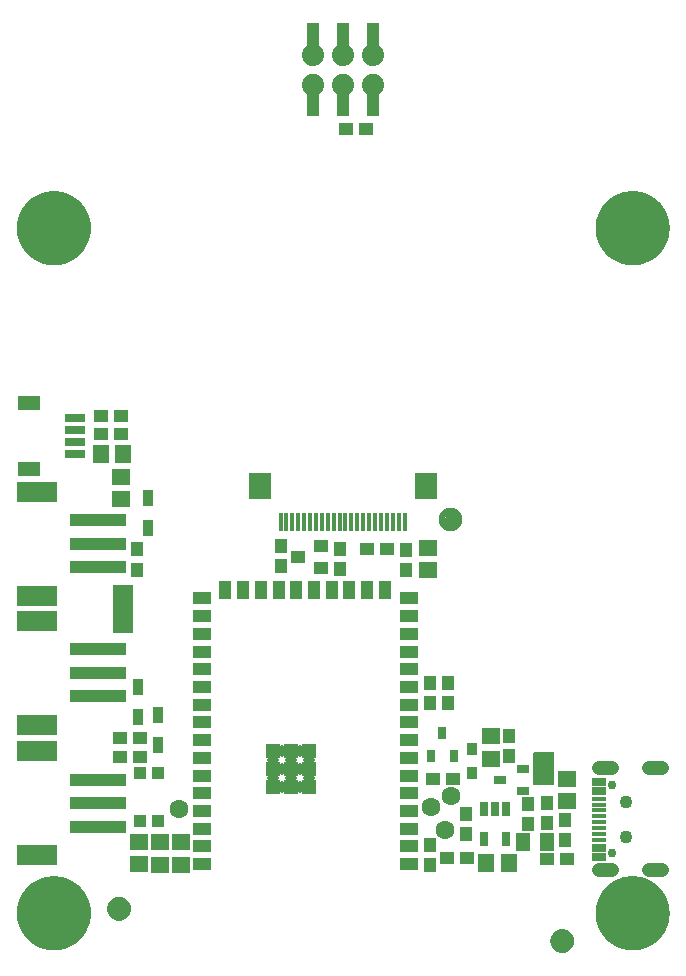
<source format=gbr>
G04 EAGLE Gerber RS-274X export*
G75*
%MOMM*%
%FSLAX34Y34*%
%LPD*%
%INSoldermask Bottom*%
%IPPOS*%
%AMOC8*
5,1,8,0,0,1.08239X$1,22.5*%
G01*
%ADD10R,1.601600X1.341600*%
%ADD11R,1.101600X1.176600*%
%ADD12R,0.651600X1.301600*%
%ADD13R,1.251600X0.676600*%
%ADD14R,1.251600X0.376600*%
%ADD15C,1.209600*%
%ADD16C,0.751600*%
%ADD17R,1.176600X1.101600*%
%ADD18R,1.601600X1.001600*%
%ADD19R,1.201600X1.201600*%
%ADD20R,1.001600X1.601600*%
%ADD21C,1.009600*%
%ADD22R,1.341600X1.601600*%
%ADD23R,1.651600X0.701600*%
%ADD24R,1.901600X1.301600*%
%ADD25C,1.601600*%
%ADD26R,1.301600X1.601600*%
%ADD27R,4.701600X1.101600*%
%ADD28R,3.501600X1.701600*%
%ADD29R,0.901600X1.451600*%
%ADD30R,1.778000X4.165600*%
%ADD31R,1.117600X0.736600*%
%ADD32R,0.351600X1.501600*%
%ADD33R,1.901600X2.301600*%
%ADD34R,1.101600X2.601600*%
%ADD35C,1.101600*%
%ADD36R,1.301600X1.101600*%
%ADD37R,1.101600X1.101600*%
%ADD38R,0.901600X1.101600*%
%ADD39R,0.736600X1.117600*%
%ADD40C,5.367600*%
%ADD41C,1.016000*%
%ADD42C,1.879600*%
%ADD43C,0.469900*%

G36*
X457318Y143526D02*
X457318Y143526D01*
X457437Y143533D01*
X457475Y143546D01*
X457516Y143551D01*
X457626Y143594D01*
X457739Y143631D01*
X457774Y143653D01*
X457811Y143668D01*
X457907Y143738D01*
X458008Y143801D01*
X458036Y143831D01*
X458069Y143854D01*
X458145Y143946D01*
X458226Y144033D01*
X458246Y144068D01*
X458271Y144099D01*
X458322Y144207D01*
X458380Y144311D01*
X458390Y144351D01*
X458407Y144387D01*
X458429Y144504D01*
X458459Y144619D01*
X458463Y144680D01*
X458467Y144700D01*
X458465Y144720D01*
X458469Y144780D01*
X458469Y170180D01*
X458454Y170298D01*
X458447Y170417D01*
X458434Y170455D01*
X458429Y170496D01*
X458386Y170606D01*
X458349Y170719D01*
X458327Y170754D01*
X458312Y170791D01*
X458243Y170887D01*
X458179Y170988D01*
X458149Y171016D01*
X458126Y171049D01*
X458034Y171125D01*
X457947Y171206D01*
X457912Y171226D01*
X457881Y171251D01*
X457773Y171302D01*
X457669Y171360D01*
X457629Y171370D01*
X457593Y171387D01*
X457476Y171409D01*
X457361Y171439D01*
X457301Y171443D01*
X457281Y171447D01*
X457260Y171445D01*
X457200Y171449D01*
X441960Y171449D01*
X441842Y171434D01*
X441723Y171427D01*
X441685Y171414D01*
X441644Y171409D01*
X441534Y171366D01*
X441421Y171329D01*
X441386Y171307D01*
X441349Y171292D01*
X441253Y171223D01*
X441152Y171159D01*
X441124Y171129D01*
X441091Y171106D01*
X441016Y171014D01*
X440934Y170927D01*
X440914Y170892D01*
X440889Y170861D01*
X440838Y170753D01*
X440780Y170649D01*
X440770Y170609D01*
X440753Y170573D01*
X440731Y170456D01*
X440701Y170341D01*
X440697Y170281D01*
X440693Y170261D01*
X440694Y170249D01*
X440693Y170246D01*
X440694Y170233D01*
X440691Y170180D01*
X440691Y144780D01*
X440706Y144662D01*
X440713Y144543D01*
X440726Y144505D01*
X440731Y144464D01*
X440774Y144354D01*
X440811Y144241D01*
X440833Y144206D01*
X440848Y144169D01*
X440918Y144073D01*
X440981Y143972D01*
X441011Y143944D01*
X441034Y143911D01*
X441126Y143836D01*
X441213Y143754D01*
X441248Y143734D01*
X441279Y143709D01*
X441387Y143658D01*
X441491Y143600D01*
X441531Y143590D01*
X441567Y143573D01*
X441684Y143551D01*
X441799Y143521D01*
X441860Y143517D01*
X441880Y143513D01*
X441900Y143515D01*
X441960Y143511D01*
X457200Y143511D01*
X457318Y143526D01*
G37*
D10*
X469458Y129960D03*
X469458Y148960D03*
D11*
X436687Y127850D03*
X436687Y110850D03*
D10*
X405010Y165761D03*
X405010Y184761D03*
X142310Y95094D03*
X142310Y76094D03*
D12*
X399034Y123486D03*
X408534Y123486D03*
X418034Y123486D03*
X418034Y97484D03*
X399034Y97484D03*
D11*
X353568Y92955D03*
X353568Y75955D03*
X420751Y168157D03*
X420751Y185157D03*
D10*
X124595Y95176D03*
X124595Y76176D03*
D11*
X384175Y102244D03*
X384175Y119244D03*
D13*
X496586Y146555D03*
X496586Y138555D03*
D14*
X496586Y132055D03*
X496586Y127055D03*
X496586Y122055D03*
X496586Y117055D03*
X496586Y112055D03*
X496586Y107055D03*
X496586Y102055D03*
X496586Y97055D03*
D13*
X496586Y90555D03*
X496586Y82555D03*
D15*
X538596Y157755D02*
X549676Y157755D01*
X549676Y71355D02*
X538596Y71355D01*
X507876Y71355D02*
X496796Y71355D01*
X496796Y157755D02*
X507876Y157755D01*
D16*
X507336Y85655D03*
X507336Y143455D03*
D17*
X452543Y80700D03*
X469543Y80700D03*
D11*
X467520Y97183D03*
X467520Y114183D03*
D18*
X160277Y76591D03*
D19*
X235877Y157091D03*
D18*
X160277Y91591D03*
X160277Y106591D03*
X160277Y121591D03*
X160277Y136591D03*
X160277Y151591D03*
X160277Y166591D03*
X160277Y181591D03*
X160277Y196591D03*
X160277Y211591D03*
X160277Y226591D03*
X160277Y241591D03*
X160277Y256591D03*
X160277Y271591D03*
X160277Y286591D03*
X160277Y301591D03*
D20*
X180277Y309091D03*
X195277Y309091D03*
X210277Y309091D03*
X225277Y309091D03*
X240277Y309091D03*
X255277Y309091D03*
X270277Y309091D03*
X285277Y309091D03*
X300277Y309091D03*
X315277Y309091D03*
D18*
X335277Y301591D03*
X335277Y286591D03*
X335277Y271591D03*
X335277Y256591D03*
X335277Y241591D03*
X335277Y226591D03*
X335277Y211591D03*
X335277Y196591D03*
X335277Y181591D03*
X335277Y166591D03*
X335277Y151591D03*
X335277Y136591D03*
X335277Y121591D03*
X335277Y106591D03*
X335277Y91591D03*
X335277Y76591D03*
D19*
X220877Y142091D03*
X235877Y142091D03*
X250877Y142091D03*
X220877Y157091D03*
X250877Y157091D03*
X220877Y172091D03*
X235877Y172091D03*
X250877Y172091D03*
D21*
X228377Y142091D03*
X243377Y142091D03*
X220877Y149591D03*
X235877Y149591D03*
X250877Y149591D03*
X228377Y157091D03*
X243377Y157091D03*
X220877Y164591D03*
X235877Y164591D03*
X250877Y164591D03*
X228377Y172091D03*
X243377Y172091D03*
D11*
X368554Y230115D03*
X368554Y213115D03*
X353441Y213115D03*
X353441Y230115D03*
D22*
X74828Y423545D03*
X93828Y423545D03*
D10*
X107315Y95352D03*
X107315Y76352D03*
D22*
X401218Y77470D03*
X420218Y77470D03*
D23*
X53207Y433912D03*
X53207Y443912D03*
X53207Y423912D03*
X53207Y453912D03*
D24*
X14207Y410912D03*
X14207Y466912D03*
D25*
X140970Y123063D03*
D26*
X452832Y95544D03*
X431832Y95544D03*
D17*
X91939Y456438D03*
X74939Y456438D03*
X91939Y440690D03*
X74939Y440690D03*
D10*
X351663Y344526D03*
X351663Y325526D03*
D11*
X333248Y342891D03*
X333248Y325891D03*
D17*
X368182Y81915D03*
X385182Y81915D03*
D10*
X92202Y385724D03*
X92202Y404724D03*
D27*
X72720Y258600D03*
X72720Y238600D03*
D28*
X20720Y282600D03*
X20720Y194600D03*
D27*
X72720Y218600D03*
D17*
X90814Y183515D03*
X107814Y183515D03*
D29*
X106045Y200914D03*
X106045Y226314D03*
D30*
X93755Y292376D03*
D27*
X72720Y367900D03*
X72720Y347900D03*
D28*
X20720Y391900D03*
X20720Y303900D03*
D27*
X72720Y327900D03*
D11*
X105029Y326018D03*
X105029Y343018D03*
D29*
X114681Y361442D03*
X114681Y386842D03*
D25*
X365760Y105918D03*
D31*
X412391Y148065D03*
X432391Y138565D03*
X432391Y157565D03*
D11*
X452120Y128261D03*
X452120Y111261D03*
D32*
X226900Y366480D03*
X231900Y366480D03*
X236900Y366480D03*
X241900Y366480D03*
X246900Y366480D03*
X251900Y366480D03*
X256900Y366480D03*
X261900Y366480D03*
X266900Y366480D03*
X271900Y366480D03*
X276900Y366480D03*
X281900Y366480D03*
X286900Y366480D03*
X291900Y366480D03*
X296900Y366480D03*
X301900Y366480D03*
X306900Y366480D03*
X311900Y366480D03*
X316900Y366480D03*
X321900Y366480D03*
X326900Y366480D03*
X331900Y366480D03*
D33*
X209400Y396980D03*
X350400Y396980D03*
D34*
X254000Y775950D03*
X254000Y722650D03*
X279400Y775950D03*
X279400Y722650D03*
X304800Y775950D03*
X304800Y722650D03*
D27*
X72720Y148030D03*
X72720Y128030D03*
D28*
X20720Y172030D03*
X20720Y84030D03*
D27*
X72720Y108030D03*
D17*
X90560Y167640D03*
X107560Y167640D03*
D29*
X123190Y177800D03*
X123190Y203200D03*
D35*
X519430Y99450D03*
X519430Y129450D03*
D17*
X317110Y343535D03*
X300110Y343535D03*
D36*
X241460Y336550D03*
X261460Y327050D03*
X261460Y346050D03*
D11*
X277495Y326780D03*
X277495Y343780D03*
X227330Y329320D03*
X227330Y346320D03*
D37*
X107570Y113350D03*
X123570Y113350D03*
X123570Y153350D03*
X107570Y153350D03*
D17*
X355990Y148590D03*
X372990Y148590D03*
D38*
X388620Y173830D03*
X388620Y153830D03*
D25*
X354330Y125095D03*
X370840Y133985D03*
D39*
X363855Y187800D03*
X354355Y167800D03*
X373355Y167800D03*
D40*
X35000Y35000D03*
D41*
X8838Y35000D02*
X8846Y35642D01*
X8870Y36284D01*
X8909Y36925D01*
X8964Y37564D01*
X9035Y38203D01*
X9121Y38839D01*
X9223Y39473D01*
X9341Y40104D01*
X9474Y40732D01*
X9622Y41357D01*
X9786Y41978D01*
X9965Y42594D01*
X10158Y43207D01*
X10367Y43814D01*
X10591Y44416D01*
X10829Y45012D01*
X11082Y45602D01*
X11350Y46186D01*
X11631Y46763D01*
X11927Y47333D01*
X12237Y47895D01*
X12560Y48450D01*
X12897Y48997D01*
X13247Y49535D01*
X13610Y50064D01*
X13986Y50585D01*
X14375Y51096D01*
X14777Y51597D01*
X15190Y52088D01*
X15615Y52569D01*
X16052Y53040D01*
X16501Y53499D01*
X16960Y53948D01*
X17431Y54385D01*
X17912Y54810D01*
X18403Y55223D01*
X18904Y55625D01*
X19415Y56014D01*
X19936Y56390D01*
X20465Y56753D01*
X21003Y57103D01*
X21550Y57440D01*
X22105Y57763D01*
X22667Y58073D01*
X23237Y58369D01*
X23814Y58650D01*
X24398Y58918D01*
X24988Y59171D01*
X25584Y59409D01*
X26186Y59633D01*
X26793Y59842D01*
X27406Y60035D01*
X28022Y60214D01*
X28643Y60378D01*
X29268Y60526D01*
X29896Y60659D01*
X30527Y60777D01*
X31161Y60879D01*
X31797Y60965D01*
X32436Y61036D01*
X33075Y61091D01*
X33716Y61130D01*
X34358Y61154D01*
X35000Y61162D01*
X35642Y61154D01*
X36284Y61130D01*
X36925Y61091D01*
X37564Y61036D01*
X38203Y60965D01*
X38839Y60879D01*
X39473Y60777D01*
X40104Y60659D01*
X40732Y60526D01*
X41357Y60378D01*
X41978Y60214D01*
X42594Y60035D01*
X43207Y59842D01*
X43814Y59633D01*
X44416Y59409D01*
X45012Y59171D01*
X45602Y58918D01*
X46186Y58650D01*
X46763Y58369D01*
X47333Y58073D01*
X47895Y57763D01*
X48450Y57440D01*
X48997Y57103D01*
X49535Y56753D01*
X50064Y56390D01*
X50585Y56014D01*
X51096Y55625D01*
X51597Y55223D01*
X52088Y54810D01*
X52569Y54385D01*
X53040Y53948D01*
X53499Y53499D01*
X53948Y53040D01*
X54385Y52569D01*
X54810Y52088D01*
X55223Y51597D01*
X55625Y51096D01*
X56014Y50585D01*
X56390Y50064D01*
X56753Y49535D01*
X57103Y48997D01*
X57440Y48450D01*
X57763Y47895D01*
X58073Y47333D01*
X58369Y46763D01*
X58650Y46186D01*
X58918Y45602D01*
X59171Y45012D01*
X59409Y44416D01*
X59633Y43814D01*
X59842Y43207D01*
X60035Y42594D01*
X60214Y41978D01*
X60378Y41357D01*
X60526Y40732D01*
X60659Y40104D01*
X60777Y39473D01*
X60879Y38839D01*
X60965Y38203D01*
X61036Y37564D01*
X61091Y36925D01*
X61130Y36284D01*
X61154Y35642D01*
X61162Y35000D01*
X61154Y34358D01*
X61130Y33716D01*
X61091Y33075D01*
X61036Y32436D01*
X60965Y31797D01*
X60879Y31161D01*
X60777Y30527D01*
X60659Y29896D01*
X60526Y29268D01*
X60378Y28643D01*
X60214Y28022D01*
X60035Y27406D01*
X59842Y26793D01*
X59633Y26186D01*
X59409Y25584D01*
X59171Y24988D01*
X58918Y24398D01*
X58650Y23814D01*
X58369Y23237D01*
X58073Y22667D01*
X57763Y22105D01*
X57440Y21550D01*
X57103Y21003D01*
X56753Y20465D01*
X56390Y19936D01*
X56014Y19415D01*
X55625Y18904D01*
X55223Y18403D01*
X54810Y17912D01*
X54385Y17431D01*
X53948Y16960D01*
X53499Y16501D01*
X53040Y16052D01*
X52569Y15615D01*
X52088Y15190D01*
X51597Y14777D01*
X51096Y14375D01*
X50585Y13986D01*
X50064Y13610D01*
X49535Y13247D01*
X48997Y12897D01*
X48450Y12560D01*
X47895Y12237D01*
X47333Y11927D01*
X46763Y11631D01*
X46186Y11350D01*
X45602Y11082D01*
X45012Y10829D01*
X44416Y10591D01*
X43814Y10367D01*
X43207Y10158D01*
X42594Y9965D01*
X41978Y9786D01*
X41357Y9622D01*
X40732Y9474D01*
X40104Y9341D01*
X39473Y9223D01*
X38839Y9121D01*
X38203Y9035D01*
X37564Y8964D01*
X36925Y8909D01*
X36284Y8870D01*
X35642Y8846D01*
X35000Y8838D01*
X34358Y8846D01*
X33716Y8870D01*
X33075Y8909D01*
X32436Y8964D01*
X31797Y9035D01*
X31161Y9121D01*
X30527Y9223D01*
X29896Y9341D01*
X29268Y9474D01*
X28643Y9622D01*
X28022Y9786D01*
X27406Y9965D01*
X26793Y10158D01*
X26186Y10367D01*
X25584Y10591D01*
X24988Y10829D01*
X24398Y11082D01*
X23814Y11350D01*
X23237Y11631D01*
X22667Y11927D01*
X22105Y12237D01*
X21550Y12560D01*
X21003Y12897D01*
X20465Y13247D01*
X19936Y13610D01*
X19415Y13986D01*
X18904Y14375D01*
X18403Y14777D01*
X17912Y15190D01*
X17431Y15615D01*
X16960Y16052D01*
X16501Y16501D01*
X16052Y16960D01*
X15615Y17431D01*
X15190Y17912D01*
X14777Y18403D01*
X14375Y18904D01*
X13986Y19415D01*
X13610Y19936D01*
X13247Y20465D01*
X12897Y21003D01*
X12560Y21550D01*
X12237Y22105D01*
X11927Y22667D01*
X11631Y23237D01*
X11350Y23814D01*
X11082Y24398D01*
X10829Y24988D01*
X10591Y25584D01*
X10367Y26186D01*
X10158Y26793D01*
X9965Y27406D01*
X9786Y28022D01*
X9622Y28643D01*
X9474Y29268D01*
X9341Y29896D01*
X9223Y30527D01*
X9121Y31161D01*
X9035Y31797D01*
X8964Y32436D01*
X8909Y33075D01*
X8870Y33716D01*
X8846Y34358D01*
X8838Y35000D01*
D40*
X525000Y35000D03*
D41*
X498838Y35000D02*
X498846Y35642D01*
X498870Y36284D01*
X498909Y36925D01*
X498964Y37564D01*
X499035Y38203D01*
X499121Y38839D01*
X499223Y39473D01*
X499341Y40104D01*
X499474Y40732D01*
X499622Y41357D01*
X499786Y41978D01*
X499965Y42594D01*
X500158Y43207D01*
X500367Y43814D01*
X500591Y44416D01*
X500829Y45012D01*
X501082Y45602D01*
X501350Y46186D01*
X501631Y46763D01*
X501927Y47333D01*
X502237Y47895D01*
X502560Y48450D01*
X502897Y48997D01*
X503247Y49535D01*
X503610Y50064D01*
X503986Y50585D01*
X504375Y51096D01*
X504777Y51597D01*
X505190Y52088D01*
X505615Y52569D01*
X506052Y53040D01*
X506501Y53499D01*
X506960Y53948D01*
X507431Y54385D01*
X507912Y54810D01*
X508403Y55223D01*
X508904Y55625D01*
X509415Y56014D01*
X509936Y56390D01*
X510465Y56753D01*
X511003Y57103D01*
X511550Y57440D01*
X512105Y57763D01*
X512667Y58073D01*
X513237Y58369D01*
X513814Y58650D01*
X514398Y58918D01*
X514988Y59171D01*
X515584Y59409D01*
X516186Y59633D01*
X516793Y59842D01*
X517406Y60035D01*
X518022Y60214D01*
X518643Y60378D01*
X519268Y60526D01*
X519896Y60659D01*
X520527Y60777D01*
X521161Y60879D01*
X521797Y60965D01*
X522436Y61036D01*
X523075Y61091D01*
X523716Y61130D01*
X524358Y61154D01*
X525000Y61162D01*
X525642Y61154D01*
X526284Y61130D01*
X526925Y61091D01*
X527564Y61036D01*
X528203Y60965D01*
X528839Y60879D01*
X529473Y60777D01*
X530104Y60659D01*
X530732Y60526D01*
X531357Y60378D01*
X531978Y60214D01*
X532594Y60035D01*
X533207Y59842D01*
X533814Y59633D01*
X534416Y59409D01*
X535012Y59171D01*
X535602Y58918D01*
X536186Y58650D01*
X536763Y58369D01*
X537333Y58073D01*
X537895Y57763D01*
X538450Y57440D01*
X538997Y57103D01*
X539535Y56753D01*
X540064Y56390D01*
X540585Y56014D01*
X541096Y55625D01*
X541597Y55223D01*
X542088Y54810D01*
X542569Y54385D01*
X543040Y53948D01*
X543499Y53499D01*
X543948Y53040D01*
X544385Y52569D01*
X544810Y52088D01*
X545223Y51597D01*
X545625Y51096D01*
X546014Y50585D01*
X546390Y50064D01*
X546753Y49535D01*
X547103Y48997D01*
X547440Y48450D01*
X547763Y47895D01*
X548073Y47333D01*
X548369Y46763D01*
X548650Y46186D01*
X548918Y45602D01*
X549171Y45012D01*
X549409Y44416D01*
X549633Y43814D01*
X549842Y43207D01*
X550035Y42594D01*
X550214Y41978D01*
X550378Y41357D01*
X550526Y40732D01*
X550659Y40104D01*
X550777Y39473D01*
X550879Y38839D01*
X550965Y38203D01*
X551036Y37564D01*
X551091Y36925D01*
X551130Y36284D01*
X551154Y35642D01*
X551162Y35000D01*
X551154Y34358D01*
X551130Y33716D01*
X551091Y33075D01*
X551036Y32436D01*
X550965Y31797D01*
X550879Y31161D01*
X550777Y30527D01*
X550659Y29896D01*
X550526Y29268D01*
X550378Y28643D01*
X550214Y28022D01*
X550035Y27406D01*
X549842Y26793D01*
X549633Y26186D01*
X549409Y25584D01*
X549171Y24988D01*
X548918Y24398D01*
X548650Y23814D01*
X548369Y23237D01*
X548073Y22667D01*
X547763Y22105D01*
X547440Y21550D01*
X547103Y21003D01*
X546753Y20465D01*
X546390Y19936D01*
X546014Y19415D01*
X545625Y18904D01*
X545223Y18403D01*
X544810Y17912D01*
X544385Y17431D01*
X543948Y16960D01*
X543499Y16501D01*
X543040Y16052D01*
X542569Y15615D01*
X542088Y15190D01*
X541597Y14777D01*
X541096Y14375D01*
X540585Y13986D01*
X540064Y13610D01*
X539535Y13247D01*
X538997Y12897D01*
X538450Y12560D01*
X537895Y12237D01*
X537333Y11927D01*
X536763Y11631D01*
X536186Y11350D01*
X535602Y11082D01*
X535012Y10829D01*
X534416Y10591D01*
X533814Y10367D01*
X533207Y10158D01*
X532594Y9965D01*
X531978Y9786D01*
X531357Y9622D01*
X530732Y9474D01*
X530104Y9341D01*
X529473Y9223D01*
X528839Y9121D01*
X528203Y9035D01*
X527564Y8964D01*
X526925Y8909D01*
X526284Y8870D01*
X525642Y8846D01*
X525000Y8838D01*
X524358Y8846D01*
X523716Y8870D01*
X523075Y8909D01*
X522436Y8964D01*
X521797Y9035D01*
X521161Y9121D01*
X520527Y9223D01*
X519896Y9341D01*
X519268Y9474D01*
X518643Y9622D01*
X518022Y9786D01*
X517406Y9965D01*
X516793Y10158D01*
X516186Y10367D01*
X515584Y10591D01*
X514988Y10829D01*
X514398Y11082D01*
X513814Y11350D01*
X513237Y11631D01*
X512667Y11927D01*
X512105Y12237D01*
X511550Y12560D01*
X511003Y12897D01*
X510465Y13247D01*
X509936Y13610D01*
X509415Y13986D01*
X508904Y14375D01*
X508403Y14777D01*
X507912Y15190D01*
X507431Y15615D01*
X506960Y16052D01*
X506501Y16501D01*
X506052Y16960D01*
X505615Y17431D01*
X505190Y17912D01*
X504777Y18403D01*
X504375Y18904D01*
X503986Y19415D01*
X503610Y19936D01*
X503247Y20465D01*
X502897Y21003D01*
X502560Y21550D01*
X502237Y22105D01*
X501927Y22667D01*
X501631Y23237D01*
X501350Y23814D01*
X501082Y24398D01*
X500829Y24988D01*
X500591Y25584D01*
X500367Y26186D01*
X500158Y26793D01*
X499965Y27406D01*
X499786Y28022D01*
X499622Y28643D01*
X499474Y29268D01*
X499341Y29896D01*
X499223Y30527D01*
X499121Y31161D01*
X499035Y31797D01*
X498964Y32436D01*
X498909Y33075D01*
X498870Y33716D01*
X498846Y34358D01*
X498838Y35000D01*
D40*
X35000Y615000D03*
D41*
X8838Y615000D02*
X8846Y615642D01*
X8870Y616284D01*
X8909Y616925D01*
X8964Y617564D01*
X9035Y618203D01*
X9121Y618839D01*
X9223Y619473D01*
X9341Y620104D01*
X9474Y620732D01*
X9622Y621357D01*
X9786Y621978D01*
X9965Y622594D01*
X10158Y623207D01*
X10367Y623814D01*
X10591Y624416D01*
X10829Y625012D01*
X11082Y625602D01*
X11350Y626186D01*
X11631Y626763D01*
X11927Y627333D01*
X12237Y627895D01*
X12560Y628450D01*
X12897Y628997D01*
X13247Y629535D01*
X13610Y630064D01*
X13986Y630585D01*
X14375Y631096D01*
X14777Y631597D01*
X15190Y632088D01*
X15615Y632569D01*
X16052Y633040D01*
X16501Y633499D01*
X16960Y633948D01*
X17431Y634385D01*
X17912Y634810D01*
X18403Y635223D01*
X18904Y635625D01*
X19415Y636014D01*
X19936Y636390D01*
X20465Y636753D01*
X21003Y637103D01*
X21550Y637440D01*
X22105Y637763D01*
X22667Y638073D01*
X23237Y638369D01*
X23814Y638650D01*
X24398Y638918D01*
X24988Y639171D01*
X25584Y639409D01*
X26186Y639633D01*
X26793Y639842D01*
X27406Y640035D01*
X28022Y640214D01*
X28643Y640378D01*
X29268Y640526D01*
X29896Y640659D01*
X30527Y640777D01*
X31161Y640879D01*
X31797Y640965D01*
X32436Y641036D01*
X33075Y641091D01*
X33716Y641130D01*
X34358Y641154D01*
X35000Y641162D01*
X35642Y641154D01*
X36284Y641130D01*
X36925Y641091D01*
X37564Y641036D01*
X38203Y640965D01*
X38839Y640879D01*
X39473Y640777D01*
X40104Y640659D01*
X40732Y640526D01*
X41357Y640378D01*
X41978Y640214D01*
X42594Y640035D01*
X43207Y639842D01*
X43814Y639633D01*
X44416Y639409D01*
X45012Y639171D01*
X45602Y638918D01*
X46186Y638650D01*
X46763Y638369D01*
X47333Y638073D01*
X47895Y637763D01*
X48450Y637440D01*
X48997Y637103D01*
X49535Y636753D01*
X50064Y636390D01*
X50585Y636014D01*
X51096Y635625D01*
X51597Y635223D01*
X52088Y634810D01*
X52569Y634385D01*
X53040Y633948D01*
X53499Y633499D01*
X53948Y633040D01*
X54385Y632569D01*
X54810Y632088D01*
X55223Y631597D01*
X55625Y631096D01*
X56014Y630585D01*
X56390Y630064D01*
X56753Y629535D01*
X57103Y628997D01*
X57440Y628450D01*
X57763Y627895D01*
X58073Y627333D01*
X58369Y626763D01*
X58650Y626186D01*
X58918Y625602D01*
X59171Y625012D01*
X59409Y624416D01*
X59633Y623814D01*
X59842Y623207D01*
X60035Y622594D01*
X60214Y621978D01*
X60378Y621357D01*
X60526Y620732D01*
X60659Y620104D01*
X60777Y619473D01*
X60879Y618839D01*
X60965Y618203D01*
X61036Y617564D01*
X61091Y616925D01*
X61130Y616284D01*
X61154Y615642D01*
X61162Y615000D01*
X61154Y614358D01*
X61130Y613716D01*
X61091Y613075D01*
X61036Y612436D01*
X60965Y611797D01*
X60879Y611161D01*
X60777Y610527D01*
X60659Y609896D01*
X60526Y609268D01*
X60378Y608643D01*
X60214Y608022D01*
X60035Y607406D01*
X59842Y606793D01*
X59633Y606186D01*
X59409Y605584D01*
X59171Y604988D01*
X58918Y604398D01*
X58650Y603814D01*
X58369Y603237D01*
X58073Y602667D01*
X57763Y602105D01*
X57440Y601550D01*
X57103Y601003D01*
X56753Y600465D01*
X56390Y599936D01*
X56014Y599415D01*
X55625Y598904D01*
X55223Y598403D01*
X54810Y597912D01*
X54385Y597431D01*
X53948Y596960D01*
X53499Y596501D01*
X53040Y596052D01*
X52569Y595615D01*
X52088Y595190D01*
X51597Y594777D01*
X51096Y594375D01*
X50585Y593986D01*
X50064Y593610D01*
X49535Y593247D01*
X48997Y592897D01*
X48450Y592560D01*
X47895Y592237D01*
X47333Y591927D01*
X46763Y591631D01*
X46186Y591350D01*
X45602Y591082D01*
X45012Y590829D01*
X44416Y590591D01*
X43814Y590367D01*
X43207Y590158D01*
X42594Y589965D01*
X41978Y589786D01*
X41357Y589622D01*
X40732Y589474D01*
X40104Y589341D01*
X39473Y589223D01*
X38839Y589121D01*
X38203Y589035D01*
X37564Y588964D01*
X36925Y588909D01*
X36284Y588870D01*
X35642Y588846D01*
X35000Y588838D01*
X34358Y588846D01*
X33716Y588870D01*
X33075Y588909D01*
X32436Y588964D01*
X31797Y589035D01*
X31161Y589121D01*
X30527Y589223D01*
X29896Y589341D01*
X29268Y589474D01*
X28643Y589622D01*
X28022Y589786D01*
X27406Y589965D01*
X26793Y590158D01*
X26186Y590367D01*
X25584Y590591D01*
X24988Y590829D01*
X24398Y591082D01*
X23814Y591350D01*
X23237Y591631D01*
X22667Y591927D01*
X22105Y592237D01*
X21550Y592560D01*
X21003Y592897D01*
X20465Y593247D01*
X19936Y593610D01*
X19415Y593986D01*
X18904Y594375D01*
X18403Y594777D01*
X17912Y595190D01*
X17431Y595615D01*
X16960Y596052D01*
X16501Y596501D01*
X16052Y596960D01*
X15615Y597431D01*
X15190Y597912D01*
X14777Y598403D01*
X14375Y598904D01*
X13986Y599415D01*
X13610Y599936D01*
X13247Y600465D01*
X12897Y601003D01*
X12560Y601550D01*
X12237Y602105D01*
X11927Y602667D01*
X11631Y603237D01*
X11350Y603814D01*
X11082Y604398D01*
X10829Y604988D01*
X10591Y605584D01*
X10367Y606186D01*
X10158Y606793D01*
X9965Y607406D01*
X9786Y608022D01*
X9622Y608643D01*
X9474Y609268D01*
X9341Y609896D01*
X9223Y610527D01*
X9121Y611161D01*
X9035Y611797D01*
X8964Y612436D01*
X8909Y613075D01*
X8870Y613716D01*
X8846Y614358D01*
X8838Y615000D01*
D40*
X525000Y615000D03*
D41*
X498838Y615000D02*
X498846Y615642D01*
X498870Y616284D01*
X498909Y616925D01*
X498964Y617564D01*
X499035Y618203D01*
X499121Y618839D01*
X499223Y619473D01*
X499341Y620104D01*
X499474Y620732D01*
X499622Y621357D01*
X499786Y621978D01*
X499965Y622594D01*
X500158Y623207D01*
X500367Y623814D01*
X500591Y624416D01*
X500829Y625012D01*
X501082Y625602D01*
X501350Y626186D01*
X501631Y626763D01*
X501927Y627333D01*
X502237Y627895D01*
X502560Y628450D01*
X502897Y628997D01*
X503247Y629535D01*
X503610Y630064D01*
X503986Y630585D01*
X504375Y631096D01*
X504777Y631597D01*
X505190Y632088D01*
X505615Y632569D01*
X506052Y633040D01*
X506501Y633499D01*
X506960Y633948D01*
X507431Y634385D01*
X507912Y634810D01*
X508403Y635223D01*
X508904Y635625D01*
X509415Y636014D01*
X509936Y636390D01*
X510465Y636753D01*
X511003Y637103D01*
X511550Y637440D01*
X512105Y637763D01*
X512667Y638073D01*
X513237Y638369D01*
X513814Y638650D01*
X514398Y638918D01*
X514988Y639171D01*
X515584Y639409D01*
X516186Y639633D01*
X516793Y639842D01*
X517406Y640035D01*
X518022Y640214D01*
X518643Y640378D01*
X519268Y640526D01*
X519896Y640659D01*
X520527Y640777D01*
X521161Y640879D01*
X521797Y640965D01*
X522436Y641036D01*
X523075Y641091D01*
X523716Y641130D01*
X524358Y641154D01*
X525000Y641162D01*
X525642Y641154D01*
X526284Y641130D01*
X526925Y641091D01*
X527564Y641036D01*
X528203Y640965D01*
X528839Y640879D01*
X529473Y640777D01*
X530104Y640659D01*
X530732Y640526D01*
X531357Y640378D01*
X531978Y640214D01*
X532594Y640035D01*
X533207Y639842D01*
X533814Y639633D01*
X534416Y639409D01*
X535012Y639171D01*
X535602Y638918D01*
X536186Y638650D01*
X536763Y638369D01*
X537333Y638073D01*
X537895Y637763D01*
X538450Y637440D01*
X538997Y637103D01*
X539535Y636753D01*
X540064Y636390D01*
X540585Y636014D01*
X541096Y635625D01*
X541597Y635223D01*
X542088Y634810D01*
X542569Y634385D01*
X543040Y633948D01*
X543499Y633499D01*
X543948Y633040D01*
X544385Y632569D01*
X544810Y632088D01*
X545223Y631597D01*
X545625Y631096D01*
X546014Y630585D01*
X546390Y630064D01*
X546753Y629535D01*
X547103Y628997D01*
X547440Y628450D01*
X547763Y627895D01*
X548073Y627333D01*
X548369Y626763D01*
X548650Y626186D01*
X548918Y625602D01*
X549171Y625012D01*
X549409Y624416D01*
X549633Y623814D01*
X549842Y623207D01*
X550035Y622594D01*
X550214Y621978D01*
X550378Y621357D01*
X550526Y620732D01*
X550659Y620104D01*
X550777Y619473D01*
X550879Y618839D01*
X550965Y618203D01*
X551036Y617564D01*
X551091Y616925D01*
X551130Y616284D01*
X551154Y615642D01*
X551162Y615000D01*
X551154Y614358D01*
X551130Y613716D01*
X551091Y613075D01*
X551036Y612436D01*
X550965Y611797D01*
X550879Y611161D01*
X550777Y610527D01*
X550659Y609896D01*
X550526Y609268D01*
X550378Y608643D01*
X550214Y608022D01*
X550035Y607406D01*
X549842Y606793D01*
X549633Y606186D01*
X549409Y605584D01*
X549171Y604988D01*
X548918Y604398D01*
X548650Y603814D01*
X548369Y603237D01*
X548073Y602667D01*
X547763Y602105D01*
X547440Y601550D01*
X547103Y601003D01*
X546753Y600465D01*
X546390Y599936D01*
X546014Y599415D01*
X545625Y598904D01*
X545223Y598403D01*
X544810Y597912D01*
X544385Y597431D01*
X543948Y596960D01*
X543499Y596501D01*
X543040Y596052D01*
X542569Y595615D01*
X542088Y595190D01*
X541597Y594777D01*
X541096Y594375D01*
X540585Y593986D01*
X540064Y593610D01*
X539535Y593247D01*
X538997Y592897D01*
X538450Y592560D01*
X537895Y592237D01*
X537333Y591927D01*
X536763Y591631D01*
X536186Y591350D01*
X535602Y591082D01*
X535012Y590829D01*
X534416Y590591D01*
X533814Y590367D01*
X533207Y590158D01*
X532594Y589965D01*
X531978Y589786D01*
X531357Y589622D01*
X530732Y589474D01*
X530104Y589341D01*
X529473Y589223D01*
X528839Y589121D01*
X528203Y589035D01*
X527564Y588964D01*
X526925Y588909D01*
X526284Y588870D01*
X525642Y588846D01*
X525000Y588838D01*
X524358Y588846D01*
X523716Y588870D01*
X523075Y588909D01*
X522436Y588964D01*
X521797Y589035D01*
X521161Y589121D01*
X520527Y589223D01*
X519896Y589341D01*
X519268Y589474D01*
X518643Y589622D01*
X518022Y589786D01*
X517406Y589965D01*
X516793Y590158D01*
X516186Y590367D01*
X515584Y590591D01*
X514988Y590829D01*
X514398Y591082D01*
X513814Y591350D01*
X513237Y591631D01*
X512667Y591927D01*
X512105Y592237D01*
X511550Y592560D01*
X511003Y592897D01*
X510465Y593247D01*
X509936Y593610D01*
X509415Y593986D01*
X508904Y594375D01*
X508403Y594777D01*
X507912Y595190D01*
X507431Y595615D01*
X506960Y596052D01*
X506501Y596501D01*
X506052Y596960D01*
X505615Y597431D01*
X505190Y597912D01*
X504777Y598403D01*
X504375Y598904D01*
X503986Y599415D01*
X503610Y599936D01*
X503247Y600465D01*
X502897Y601003D01*
X502560Y601550D01*
X502237Y602105D01*
X501927Y602667D01*
X501631Y603237D01*
X501350Y603814D01*
X501082Y604398D01*
X500829Y604988D01*
X500591Y605584D01*
X500367Y606186D01*
X500158Y606793D01*
X499965Y607406D01*
X499786Y608022D01*
X499622Y608643D01*
X499474Y609268D01*
X499341Y609896D01*
X499223Y610527D01*
X499121Y611161D01*
X499035Y611797D01*
X498964Y612436D01*
X498909Y613075D01*
X498870Y613716D01*
X498846Y614358D01*
X498838Y615000D01*
D17*
X299330Y699135D03*
X282330Y699135D03*
D34*
X254000Y775950D03*
X254000Y722650D03*
X279400Y775950D03*
X279400Y722650D03*
X304800Y775950D03*
X304800Y722650D03*
D42*
X254000Y736600D03*
X279400Y736600D03*
X304800Y736600D03*
X254000Y762000D03*
X279400Y762000D03*
X304800Y762000D03*
D35*
X90170Y38735D03*
D43*
X97670Y38735D02*
X97668Y38916D01*
X97661Y39097D01*
X97650Y39278D01*
X97635Y39459D01*
X97615Y39639D01*
X97591Y39819D01*
X97563Y39998D01*
X97530Y40176D01*
X97493Y40353D01*
X97452Y40530D01*
X97407Y40705D01*
X97357Y40880D01*
X97303Y41053D01*
X97245Y41224D01*
X97183Y41395D01*
X97116Y41563D01*
X97046Y41730D01*
X96972Y41896D01*
X96893Y42059D01*
X96811Y42220D01*
X96725Y42380D01*
X96635Y42537D01*
X96541Y42692D01*
X96444Y42845D01*
X96342Y42995D01*
X96238Y43143D01*
X96129Y43289D01*
X96018Y43431D01*
X95902Y43571D01*
X95784Y43708D01*
X95662Y43843D01*
X95537Y43974D01*
X95409Y44102D01*
X95278Y44227D01*
X95143Y44349D01*
X95006Y44467D01*
X94866Y44583D01*
X94724Y44694D01*
X94578Y44803D01*
X94430Y44907D01*
X94280Y45009D01*
X94127Y45106D01*
X93972Y45200D01*
X93815Y45290D01*
X93655Y45376D01*
X93494Y45458D01*
X93331Y45537D01*
X93165Y45611D01*
X92998Y45681D01*
X92830Y45748D01*
X92659Y45810D01*
X92488Y45868D01*
X92315Y45922D01*
X92140Y45972D01*
X91965Y46017D01*
X91788Y46058D01*
X91611Y46095D01*
X91433Y46128D01*
X91254Y46156D01*
X91074Y46180D01*
X90894Y46200D01*
X90713Y46215D01*
X90532Y46226D01*
X90351Y46233D01*
X90170Y46235D01*
X89989Y46233D01*
X89808Y46226D01*
X89627Y46215D01*
X89446Y46200D01*
X89266Y46180D01*
X89086Y46156D01*
X88907Y46128D01*
X88729Y46095D01*
X88552Y46058D01*
X88375Y46017D01*
X88200Y45972D01*
X88025Y45922D01*
X87852Y45868D01*
X87681Y45810D01*
X87510Y45748D01*
X87342Y45681D01*
X87175Y45611D01*
X87009Y45537D01*
X86846Y45458D01*
X86685Y45376D01*
X86525Y45290D01*
X86368Y45200D01*
X86213Y45106D01*
X86060Y45009D01*
X85910Y44907D01*
X85762Y44803D01*
X85616Y44694D01*
X85474Y44583D01*
X85334Y44467D01*
X85197Y44349D01*
X85062Y44227D01*
X84931Y44102D01*
X84803Y43974D01*
X84678Y43843D01*
X84556Y43708D01*
X84438Y43571D01*
X84322Y43431D01*
X84211Y43289D01*
X84102Y43143D01*
X83998Y42995D01*
X83896Y42845D01*
X83799Y42692D01*
X83705Y42537D01*
X83615Y42380D01*
X83529Y42220D01*
X83447Y42059D01*
X83368Y41896D01*
X83294Y41730D01*
X83224Y41563D01*
X83157Y41395D01*
X83095Y41224D01*
X83037Y41053D01*
X82983Y40880D01*
X82933Y40705D01*
X82888Y40530D01*
X82847Y40353D01*
X82810Y40176D01*
X82777Y39998D01*
X82749Y39819D01*
X82725Y39639D01*
X82705Y39459D01*
X82690Y39278D01*
X82679Y39097D01*
X82672Y38916D01*
X82670Y38735D01*
X82672Y38554D01*
X82679Y38373D01*
X82690Y38192D01*
X82705Y38011D01*
X82725Y37831D01*
X82749Y37651D01*
X82777Y37472D01*
X82810Y37294D01*
X82847Y37117D01*
X82888Y36940D01*
X82933Y36765D01*
X82983Y36590D01*
X83037Y36417D01*
X83095Y36246D01*
X83157Y36075D01*
X83224Y35907D01*
X83294Y35740D01*
X83368Y35574D01*
X83447Y35411D01*
X83529Y35250D01*
X83615Y35090D01*
X83705Y34933D01*
X83799Y34778D01*
X83896Y34625D01*
X83998Y34475D01*
X84102Y34327D01*
X84211Y34181D01*
X84322Y34039D01*
X84438Y33899D01*
X84556Y33762D01*
X84678Y33627D01*
X84803Y33496D01*
X84931Y33368D01*
X85062Y33243D01*
X85197Y33121D01*
X85334Y33003D01*
X85474Y32887D01*
X85616Y32776D01*
X85762Y32667D01*
X85910Y32563D01*
X86060Y32461D01*
X86213Y32364D01*
X86368Y32270D01*
X86525Y32180D01*
X86685Y32094D01*
X86846Y32012D01*
X87009Y31933D01*
X87175Y31859D01*
X87342Y31789D01*
X87510Y31722D01*
X87681Y31660D01*
X87852Y31602D01*
X88025Y31548D01*
X88200Y31498D01*
X88375Y31453D01*
X88552Y31412D01*
X88729Y31375D01*
X88907Y31342D01*
X89086Y31314D01*
X89266Y31290D01*
X89446Y31270D01*
X89627Y31255D01*
X89808Y31244D01*
X89989Y31237D01*
X90170Y31235D01*
X90351Y31237D01*
X90532Y31244D01*
X90713Y31255D01*
X90894Y31270D01*
X91074Y31290D01*
X91254Y31314D01*
X91433Y31342D01*
X91611Y31375D01*
X91788Y31412D01*
X91965Y31453D01*
X92140Y31498D01*
X92315Y31548D01*
X92488Y31602D01*
X92659Y31660D01*
X92830Y31722D01*
X92998Y31789D01*
X93165Y31859D01*
X93331Y31933D01*
X93494Y32012D01*
X93655Y32094D01*
X93815Y32180D01*
X93972Y32270D01*
X94127Y32364D01*
X94280Y32461D01*
X94430Y32563D01*
X94578Y32667D01*
X94724Y32776D01*
X94866Y32887D01*
X95006Y33003D01*
X95143Y33121D01*
X95278Y33243D01*
X95409Y33368D01*
X95537Y33496D01*
X95662Y33627D01*
X95784Y33762D01*
X95902Y33899D01*
X96018Y34039D01*
X96129Y34181D01*
X96238Y34327D01*
X96342Y34475D01*
X96444Y34625D01*
X96541Y34778D01*
X96635Y34933D01*
X96725Y35090D01*
X96811Y35250D01*
X96893Y35411D01*
X96972Y35574D01*
X97046Y35740D01*
X97116Y35907D01*
X97183Y36075D01*
X97245Y36246D01*
X97303Y36417D01*
X97357Y36590D01*
X97407Y36765D01*
X97452Y36940D01*
X97493Y37117D01*
X97530Y37294D01*
X97563Y37472D01*
X97591Y37651D01*
X97615Y37831D01*
X97635Y38011D01*
X97650Y38192D01*
X97661Y38373D01*
X97668Y38554D01*
X97670Y38735D01*
D35*
X465455Y11430D03*
D43*
X472955Y11430D02*
X472953Y11611D01*
X472946Y11792D01*
X472935Y11973D01*
X472920Y12154D01*
X472900Y12334D01*
X472876Y12514D01*
X472848Y12693D01*
X472815Y12871D01*
X472778Y13048D01*
X472737Y13225D01*
X472692Y13400D01*
X472642Y13575D01*
X472588Y13748D01*
X472530Y13919D01*
X472468Y14090D01*
X472401Y14258D01*
X472331Y14425D01*
X472257Y14591D01*
X472178Y14754D01*
X472096Y14915D01*
X472010Y15075D01*
X471920Y15232D01*
X471826Y15387D01*
X471729Y15540D01*
X471627Y15690D01*
X471523Y15838D01*
X471414Y15984D01*
X471303Y16126D01*
X471187Y16266D01*
X471069Y16403D01*
X470947Y16538D01*
X470822Y16669D01*
X470694Y16797D01*
X470563Y16922D01*
X470428Y17044D01*
X470291Y17162D01*
X470151Y17278D01*
X470009Y17389D01*
X469863Y17498D01*
X469715Y17602D01*
X469565Y17704D01*
X469412Y17801D01*
X469257Y17895D01*
X469100Y17985D01*
X468940Y18071D01*
X468779Y18153D01*
X468616Y18232D01*
X468450Y18306D01*
X468283Y18376D01*
X468115Y18443D01*
X467944Y18505D01*
X467773Y18563D01*
X467600Y18617D01*
X467425Y18667D01*
X467250Y18712D01*
X467073Y18753D01*
X466896Y18790D01*
X466718Y18823D01*
X466539Y18851D01*
X466359Y18875D01*
X466179Y18895D01*
X465998Y18910D01*
X465817Y18921D01*
X465636Y18928D01*
X465455Y18930D01*
X465274Y18928D01*
X465093Y18921D01*
X464912Y18910D01*
X464731Y18895D01*
X464551Y18875D01*
X464371Y18851D01*
X464192Y18823D01*
X464014Y18790D01*
X463837Y18753D01*
X463660Y18712D01*
X463485Y18667D01*
X463310Y18617D01*
X463137Y18563D01*
X462966Y18505D01*
X462795Y18443D01*
X462627Y18376D01*
X462460Y18306D01*
X462294Y18232D01*
X462131Y18153D01*
X461970Y18071D01*
X461810Y17985D01*
X461653Y17895D01*
X461498Y17801D01*
X461345Y17704D01*
X461195Y17602D01*
X461047Y17498D01*
X460901Y17389D01*
X460759Y17278D01*
X460619Y17162D01*
X460482Y17044D01*
X460347Y16922D01*
X460216Y16797D01*
X460088Y16669D01*
X459963Y16538D01*
X459841Y16403D01*
X459723Y16266D01*
X459607Y16126D01*
X459496Y15984D01*
X459387Y15838D01*
X459283Y15690D01*
X459181Y15540D01*
X459084Y15387D01*
X458990Y15232D01*
X458900Y15075D01*
X458814Y14915D01*
X458732Y14754D01*
X458653Y14591D01*
X458579Y14425D01*
X458509Y14258D01*
X458442Y14090D01*
X458380Y13919D01*
X458322Y13748D01*
X458268Y13575D01*
X458218Y13400D01*
X458173Y13225D01*
X458132Y13048D01*
X458095Y12871D01*
X458062Y12693D01*
X458034Y12514D01*
X458010Y12334D01*
X457990Y12154D01*
X457975Y11973D01*
X457964Y11792D01*
X457957Y11611D01*
X457955Y11430D01*
X457957Y11249D01*
X457964Y11068D01*
X457975Y10887D01*
X457990Y10706D01*
X458010Y10526D01*
X458034Y10346D01*
X458062Y10167D01*
X458095Y9989D01*
X458132Y9812D01*
X458173Y9635D01*
X458218Y9460D01*
X458268Y9285D01*
X458322Y9112D01*
X458380Y8941D01*
X458442Y8770D01*
X458509Y8602D01*
X458579Y8435D01*
X458653Y8269D01*
X458732Y8106D01*
X458814Y7945D01*
X458900Y7785D01*
X458990Y7628D01*
X459084Y7473D01*
X459181Y7320D01*
X459283Y7170D01*
X459387Y7022D01*
X459496Y6876D01*
X459607Y6734D01*
X459723Y6594D01*
X459841Y6457D01*
X459963Y6322D01*
X460088Y6191D01*
X460216Y6063D01*
X460347Y5938D01*
X460482Y5816D01*
X460619Y5698D01*
X460759Y5582D01*
X460901Y5471D01*
X461047Y5362D01*
X461195Y5258D01*
X461345Y5156D01*
X461498Y5059D01*
X461653Y4965D01*
X461810Y4875D01*
X461970Y4789D01*
X462131Y4707D01*
X462294Y4628D01*
X462460Y4554D01*
X462627Y4484D01*
X462795Y4417D01*
X462966Y4355D01*
X463137Y4297D01*
X463310Y4243D01*
X463485Y4193D01*
X463660Y4148D01*
X463837Y4107D01*
X464014Y4070D01*
X464192Y4037D01*
X464371Y4009D01*
X464551Y3985D01*
X464731Y3965D01*
X464912Y3950D01*
X465093Y3939D01*
X465274Y3932D01*
X465455Y3930D01*
X465636Y3932D01*
X465817Y3939D01*
X465998Y3950D01*
X466179Y3965D01*
X466359Y3985D01*
X466539Y4009D01*
X466718Y4037D01*
X466896Y4070D01*
X467073Y4107D01*
X467250Y4148D01*
X467425Y4193D01*
X467600Y4243D01*
X467773Y4297D01*
X467944Y4355D01*
X468115Y4417D01*
X468283Y4484D01*
X468450Y4554D01*
X468616Y4628D01*
X468779Y4707D01*
X468940Y4789D01*
X469100Y4875D01*
X469257Y4965D01*
X469412Y5059D01*
X469565Y5156D01*
X469715Y5258D01*
X469863Y5362D01*
X470009Y5471D01*
X470151Y5582D01*
X470291Y5698D01*
X470428Y5816D01*
X470563Y5938D01*
X470694Y6063D01*
X470822Y6191D01*
X470947Y6322D01*
X471069Y6457D01*
X471187Y6594D01*
X471303Y6734D01*
X471414Y6876D01*
X471523Y7022D01*
X471627Y7170D01*
X471729Y7320D01*
X471826Y7473D01*
X471920Y7628D01*
X472010Y7785D01*
X472096Y7945D01*
X472178Y8106D01*
X472257Y8269D01*
X472331Y8435D01*
X472401Y8602D01*
X472468Y8770D01*
X472530Y8941D01*
X472588Y9112D01*
X472642Y9285D01*
X472692Y9460D01*
X472737Y9635D01*
X472778Y9812D01*
X472815Y9989D01*
X472848Y10167D01*
X472876Y10346D01*
X472900Y10526D01*
X472920Y10706D01*
X472935Y10887D01*
X472946Y11068D01*
X472953Y11249D01*
X472955Y11430D01*
D35*
X370840Y368300D03*
D43*
X378340Y368300D02*
X378338Y368481D01*
X378331Y368662D01*
X378320Y368843D01*
X378305Y369024D01*
X378285Y369204D01*
X378261Y369384D01*
X378233Y369563D01*
X378200Y369741D01*
X378163Y369918D01*
X378122Y370095D01*
X378077Y370270D01*
X378027Y370445D01*
X377973Y370618D01*
X377915Y370789D01*
X377853Y370960D01*
X377786Y371128D01*
X377716Y371295D01*
X377642Y371461D01*
X377563Y371624D01*
X377481Y371785D01*
X377395Y371945D01*
X377305Y372102D01*
X377211Y372257D01*
X377114Y372410D01*
X377012Y372560D01*
X376908Y372708D01*
X376799Y372854D01*
X376688Y372996D01*
X376572Y373136D01*
X376454Y373273D01*
X376332Y373408D01*
X376207Y373539D01*
X376079Y373667D01*
X375948Y373792D01*
X375813Y373914D01*
X375676Y374032D01*
X375536Y374148D01*
X375394Y374259D01*
X375248Y374368D01*
X375100Y374472D01*
X374950Y374574D01*
X374797Y374671D01*
X374642Y374765D01*
X374485Y374855D01*
X374325Y374941D01*
X374164Y375023D01*
X374001Y375102D01*
X373835Y375176D01*
X373668Y375246D01*
X373500Y375313D01*
X373329Y375375D01*
X373158Y375433D01*
X372985Y375487D01*
X372810Y375537D01*
X372635Y375582D01*
X372458Y375623D01*
X372281Y375660D01*
X372103Y375693D01*
X371924Y375721D01*
X371744Y375745D01*
X371564Y375765D01*
X371383Y375780D01*
X371202Y375791D01*
X371021Y375798D01*
X370840Y375800D01*
X370659Y375798D01*
X370478Y375791D01*
X370297Y375780D01*
X370116Y375765D01*
X369936Y375745D01*
X369756Y375721D01*
X369577Y375693D01*
X369399Y375660D01*
X369222Y375623D01*
X369045Y375582D01*
X368870Y375537D01*
X368695Y375487D01*
X368522Y375433D01*
X368351Y375375D01*
X368180Y375313D01*
X368012Y375246D01*
X367845Y375176D01*
X367679Y375102D01*
X367516Y375023D01*
X367355Y374941D01*
X367195Y374855D01*
X367038Y374765D01*
X366883Y374671D01*
X366730Y374574D01*
X366580Y374472D01*
X366432Y374368D01*
X366286Y374259D01*
X366144Y374148D01*
X366004Y374032D01*
X365867Y373914D01*
X365732Y373792D01*
X365601Y373667D01*
X365473Y373539D01*
X365348Y373408D01*
X365226Y373273D01*
X365108Y373136D01*
X364992Y372996D01*
X364881Y372854D01*
X364772Y372708D01*
X364668Y372560D01*
X364566Y372410D01*
X364469Y372257D01*
X364375Y372102D01*
X364285Y371945D01*
X364199Y371785D01*
X364117Y371624D01*
X364038Y371461D01*
X363964Y371295D01*
X363894Y371128D01*
X363827Y370960D01*
X363765Y370789D01*
X363707Y370618D01*
X363653Y370445D01*
X363603Y370270D01*
X363558Y370095D01*
X363517Y369918D01*
X363480Y369741D01*
X363447Y369563D01*
X363419Y369384D01*
X363395Y369204D01*
X363375Y369024D01*
X363360Y368843D01*
X363349Y368662D01*
X363342Y368481D01*
X363340Y368300D01*
X363342Y368119D01*
X363349Y367938D01*
X363360Y367757D01*
X363375Y367576D01*
X363395Y367396D01*
X363419Y367216D01*
X363447Y367037D01*
X363480Y366859D01*
X363517Y366682D01*
X363558Y366505D01*
X363603Y366330D01*
X363653Y366155D01*
X363707Y365982D01*
X363765Y365811D01*
X363827Y365640D01*
X363894Y365472D01*
X363964Y365305D01*
X364038Y365139D01*
X364117Y364976D01*
X364199Y364815D01*
X364285Y364655D01*
X364375Y364498D01*
X364469Y364343D01*
X364566Y364190D01*
X364668Y364040D01*
X364772Y363892D01*
X364881Y363746D01*
X364992Y363604D01*
X365108Y363464D01*
X365226Y363327D01*
X365348Y363192D01*
X365473Y363061D01*
X365601Y362933D01*
X365732Y362808D01*
X365867Y362686D01*
X366004Y362568D01*
X366144Y362452D01*
X366286Y362341D01*
X366432Y362232D01*
X366580Y362128D01*
X366730Y362026D01*
X366883Y361929D01*
X367038Y361835D01*
X367195Y361745D01*
X367355Y361659D01*
X367516Y361577D01*
X367679Y361498D01*
X367845Y361424D01*
X368012Y361354D01*
X368180Y361287D01*
X368351Y361225D01*
X368522Y361167D01*
X368695Y361113D01*
X368870Y361063D01*
X369045Y361018D01*
X369222Y360977D01*
X369399Y360940D01*
X369577Y360907D01*
X369756Y360879D01*
X369936Y360855D01*
X370116Y360835D01*
X370297Y360820D01*
X370478Y360809D01*
X370659Y360802D01*
X370840Y360800D01*
X371021Y360802D01*
X371202Y360809D01*
X371383Y360820D01*
X371564Y360835D01*
X371744Y360855D01*
X371924Y360879D01*
X372103Y360907D01*
X372281Y360940D01*
X372458Y360977D01*
X372635Y361018D01*
X372810Y361063D01*
X372985Y361113D01*
X373158Y361167D01*
X373329Y361225D01*
X373500Y361287D01*
X373668Y361354D01*
X373835Y361424D01*
X374001Y361498D01*
X374164Y361577D01*
X374325Y361659D01*
X374485Y361745D01*
X374642Y361835D01*
X374797Y361929D01*
X374950Y362026D01*
X375100Y362128D01*
X375248Y362232D01*
X375394Y362341D01*
X375536Y362452D01*
X375676Y362568D01*
X375813Y362686D01*
X375948Y362808D01*
X376079Y362933D01*
X376207Y363061D01*
X376332Y363192D01*
X376454Y363327D01*
X376572Y363464D01*
X376688Y363604D01*
X376799Y363746D01*
X376908Y363892D01*
X377012Y364040D01*
X377114Y364190D01*
X377211Y364343D01*
X377305Y364498D01*
X377395Y364655D01*
X377481Y364815D01*
X377563Y364976D01*
X377642Y365139D01*
X377716Y365305D01*
X377786Y365472D01*
X377853Y365640D01*
X377915Y365811D01*
X377973Y365982D01*
X378027Y366155D01*
X378077Y366330D01*
X378122Y366505D01*
X378163Y366682D01*
X378200Y366859D01*
X378233Y367037D01*
X378261Y367216D01*
X378285Y367396D01*
X378305Y367576D01*
X378320Y367757D01*
X378331Y367938D01*
X378338Y368119D01*
X378340Y368300D01*
M02*

</source>
